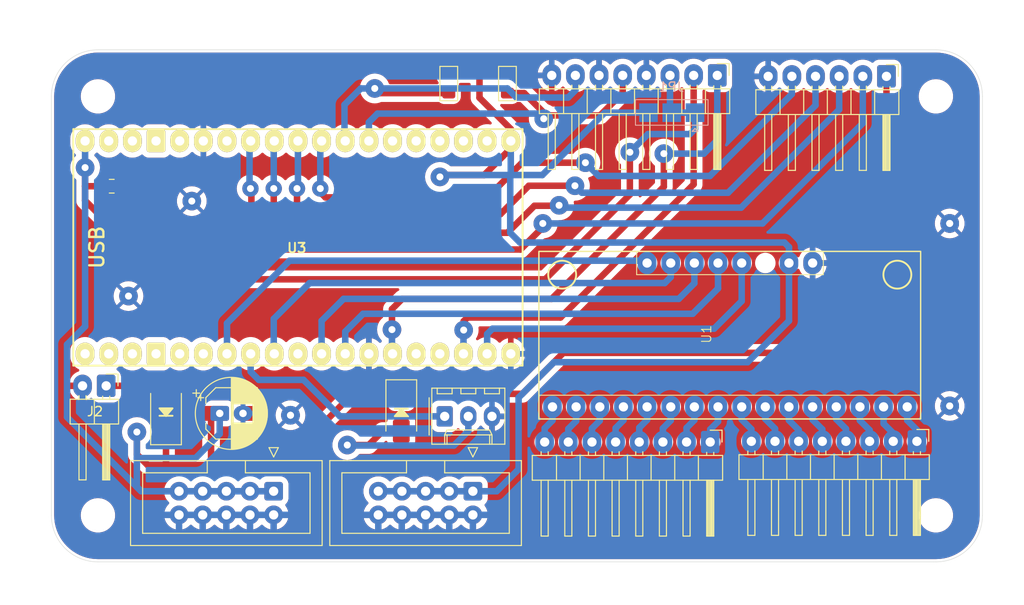
<source format=kicad_pcb>
(kicad_pcb (version 20240108) (generator "pcbnew") (generator_version "8.0")
  (layers (0 "F.Cu" signal) (31 "B.Cu" signal) (34 "B.Paste" user) (35 "F.Paste" user) (36 "B.SilkS" user "B.Silkscreen") (37 "F.SilkS" user "F.Silkscreen") (38 "B.Mask" user) (39 "F.Mask" user) (44 "Edge.Cuts" user))
  (net 0 "")
  (net 1 "GND")
  (net 2 "+5V")
  (net 3 "Net-(D1-A)")
  (net 4 "Net-(D2-A)")
  (net 5 "Net-(J6-Pin_8)")
  (net 6 "Net-(J6-Pin_1)")
  (net 7 "Net-(J6-Pin_5)")
  (net 8 "Net-(J6-Pin_2)")
  (net 9 "Net-(J6-Pin_7)")
  (net 10 "Net-(J6-Pin_6)")
  (net 11 "Net-(J6-Pin_3)")
  (net 12 "Net-(J6-Pin_4)")
  (net 13 "Net-(J7-Pin_7)")
  (net 14 "Net-(J7-Pin_4)")
  (net 15 "Net-(J7-Pin_5)")
  (net 16 "Net-(J7-Pin_2)")
  (net 17 "Net-(J7-Pin_3)")
  (net 18 "Net-(J7-Pin_6)")
  (net 19 "Net-(J7-Pin_1)")
  (net 20 "Net-(J7-Pin_8)")
  (net 21 "/MA1")
  (net 22 "/MB2")
  (net 23 "/MB1")
  (net 24 "/MA2")
  (net 25 "/Button1")
  (net 26 "/Button2")
  (net 27 "/ESC")
  (net 28 "/SDA")
  (net 29 "/SCL")
  (net 30 "+3.3V")
  (net 32 "/S3")
  (net 33 "/S2")
  (net 34 "/SIG")
  (net 35 "/S0")
  (net 36 "/S1")
  (net 37 "Net-(J1-Pin_3)")
  (net 49 "unconnected-(U3-GPIO35-Pad6)")
  (footprint "" (layer "F.Cu") (at 108.8 116.8)
    (property "Reference" "" (at 0 0 0) (layer "F.SilkS") (effects (font (size 1.27 1.27))))
    (property "Value" "")
    (pad "" thru_hole circle (at 0 0) (size 2 2) (drill 0.75) (layers "*.Cu" "*.Mask") (net 1 "GND") (thermal_bridge_width 0.4) (thermal_gap 0.6))
  )
  (footprint "MountingHole:MountingHole_3.2mm_M3_DIN965" (layer "F.Cu") (at 105.52 95.35)
    (property "Reference" "H1" (hide yes))
    (property "Value" "MountingHole" (hide yes))
    (pad "" np_thru_hole circle (at 0 0) (size 3.2 3.2) (drill 3.2) (layers "*.Cu" "*.Mask"))
  )
  (footprint "Connector_IDC:IDC-Header_2x05_P2.54mm_Vertical" (layer "F.Cu") (at 145.79 137.76 -90)
    (property "Reference" "P2" (hide yes))
    (property "Value" "3.3v_Pins")
    (pad "1" thru_hole roundrect (at 0 0 270) (size 2 2) (drill 1) (layers "*.Cu" "*.Mask") (roundrect_rratio 0.147059) (net 30 "+3.3V"))
    (pad "2" thru_hole circle (at 2.54 0 270) (size 2 2) (drill 1) (layers "*.Cu" "*.Mask") (net 1 "GND"))
    (pad "3" thru_hole circle (at 0 2.54 270) (size 2 2) (drill 1) (layers "*.Cu" "*.Mask") (net 30 "+3.3V"))
    (pad "4" thru_hole circle (at 2.54 2.54 270) (size 2 2) (drill 1) (layers "*.Cu" "*.Mask") (net 1 "GND"))
    (pad "5" thru_hole circle (at 0 5.08 270) (size 2 2) (drill 1) (layers "*.Cu" "*.Mask") (net 30 "+3.3V"))
    (pad "6" thru_hole circle (at 2.54 5.08 270) (size 2 2) (drill 1) (layers "*.Cu" "*.Mask") (net 1 "GND"))
    (pad "7" thru_hole circle (at 0 7.62 270) (size 2 2) (drill 1) (layers "*.Cu" "*.Mask") (net 30 "+3.3V"))
    (pad "8" thru_hole circle (at 2.54 7.62 270) (size 2 2) (drill 1) (layers "*.Cu" "*.Mask") (net 1 "GND"))
    (pad "9" thru_hole circle (at 0 10.16 270) (size 2 2) (drill 1) (layers "*.Cu" "*.Mask") (net 30 "+3.3V"))
    (pad "10" thru_hole circle (at 2.54 10.16 270) (size 2 2) (drill 1) (layers "*.Cu" "*.Mask") (net 1 "GND"))
  )
  (footprint "Diode_SMD:D_SMA" (layer "F.Cu") (at 138.1 129.3 -90)
    (property "Reference" "D2" (hide yes))
    (property "Value" "1N5819")
    (pad "1" smd roundrect (at -2 0 270) (size 2.5 1.8) (layers "F.Cu" "F.Paste" "F.Mask") (roundrect_rratio 0.1388888889) (net 2 "+5V"))
    (pad "2" smd roundrect (at 2 0 270) (size 2.5 1.8) (layers "F.Cu" "F.Paste" "F.Mask") (roundrect_rratio 0.1388888889) (net 4 "Net-(D2-A)"))
  )
  (footprint "" (layer "F.Cu") (at 126.2 129.6)
    (property "Reference" "" (at 0 0 0) (layer "F.SilkS") (effects (font (size 1.27 1.27))))
    (property "Value" "")
    (pad "" thru_hole circle (at 0 0) (size 2 2) (drill 0.75) (layers "*.Cu" "*.Mask") (net 1 "GND") (thermal_bridge_width 0.4) (thermal_gap 0.6))
  )
  (footprint "Connector_PinHeader_2.54mm:PinHeader_1x08_P2.54mm_Horizontal" (layer "F.Cu") (at 172.04 93.1 -90)
    (property "Reference" "J1" (hide yes))
    (property "Value" "Interface")
    (pad "1" thru_hole roundrect (at 0 0 270) (size 2.4 2) (drill 1) (layers "*.Cu" "*.Mask") (roundrect_rratio 0.125) (net 28 "/SDA"))
    (pad "2" thru_hole oval (at 0 2.54 270) (size 2.4 2) (drill 1) (layers "*.Cu" "*.Mask") (net 29 "/SCL"))
    (pad "3" thru_hole oval (at 0 5.08 270) (size 2.4 2) (drill 1) (layers "*.Cu" "*.Mask") (net 37 "Net-(J1-Pin_3)"))
    (pad "4" thru_hole oval (at 0 7.62 270) (size 2.4 2) (drill 1) (layers "*.Cu" "*.Mask") (net 1 "GND"))
    (pad "5" thru_hole oval (at 0 10.16 270) (size 2.4 2) (drill 1) (layers "*.Cu" "*.Mask") (net 25 "/Button1"))
    (pad "6" thru_hole oval (at 0 12.7 270) (size 2.4 2) (drill 1) (layers "*.Cu" "*.Mask") (net 1 "GND"))
    (pad "7" thru_hole oval (at 0 15.24 270) (size 2.4 2) (drill 1) (layers "*.Cu" "*.Mask") (net 26 "/Button2"))
    (pad "8" thru_hole oval (at 0 17.78 270) (size 2.4 2) (drill 1) (layers "*.Cu" "*.Mask") (net 1 "GND"))
  )
  (footprint "Connector_PinHeader_2.54mm:PinHeader_1x02_P2.54mm_Horizontal" (layer "F.Cu") (at 106.405 126.44 -90)
    (property "Reference" "J2" (at 2.76 1.205 180) (layer "F.SilkS"))
    (property "Value" "Vss")
    (pad "1" thru_hole roundrect (at 0 0 270) (size 2.4 2) (drill 1) (layers "*.Cu" "*.Mask") (roundrect_rratio 0.1470588235) (net 3 "Net-(D1-A)"))
    (pad "2" thru_hole oval (at 0 2.54 270) (size 2.4 2) (drill 1) (layers "*.Cu" "*.Mask") (net 1 "GND") (thermal_bridge_width 0.7) (thermal_gap 0.4))
  )
  (footprint "Connector_PinHeader_2.54mm:PinHeader_1x08_P2.54mm_Horizontal" (layer "F.Cu") (at 171.28 132.475 -90)
    (property "Reference" "J6" (hide yes))
    (property "Value" "MUX_header1")
    (pad "1" thru_hole roundrect (at 0 0 270) (size 2.4 2) (drill 1) (layers "*.Cu" "*.Mask") (remove_unused_layers yes) (roundrect_rratio 0.125) (net 6 "Net-(J6-Pin_1)"))
    (pad "2" thru_hole oval (at 0 2.54 270) (size 2.4 2) (drill 1) (layers "*.Cu" "*.Mask") (remove_unused_layers yes) (net 8 "Net-(J6-Pin_2)"))
    (pad "3" thru_hole oval (at 0 5.08 270) (size 2.4 2) (drill 1) (layers "*.Cu" "*.Mask") (remove_unused_layers yes) (net 11 "Net-(J6-Pin_3)"))
    (pad "4" thru_hole oval (at 0 7.62 270) (size 2.4 2) (drill 1) (layers "*.Cu" "*.Mask") (remove_unused_layers yes) (net 12 "Net-(J6-Pin_4)"))
    (pad "5" thru_hole oval (at 0 10.16 270) (size 2.4 2) (drill 1) (layers "*.Cu" "*.Mask") (remove_unused_layers yes) (net 7 "Net-(J6-Pin_5)"))
    (pad "6" thru_hole oval (at 0 12.7 270) (size 2.4 2) (drill 1) (layers "*.Cu" "*.Mask") (remove_unused_layers yes) (net 10 "Net-(J6-Pin_6)"))
    (pad "7" thru_hole oval (at 0 15.24 270) (size 2.4 2) (drill 1) (layers "*.Cu" "*.Mask") (remove_unused_layers yes) (net 9 "Net-(J6-Pin_7)"))
    (pad "8" thru_hole oval (at 0 17.78 270) (size 2.4 2) (drill 1) (layers "*.Cu" "*.Mask") (remove_unused_layers yes) (net 5 "Net-(J6-Pin_8)"))
  )
  (footprint "MixLib:HP4067_module" (layer "F.Cu") (at 173.18 120.95 90)
    (property "Reference" "U1" (at 0.05 -2.3 90) (layer "F.SilkS") (effects (font (thickness 0.1))))
    (property "Value" "MUX 4067")
    (pad "1" thru_hole oval (at -7.75 -18.84 90) (size 2.4 2) (drill 1) (layers "*.Cu" "*.Mask") (remove_unused_layers yes) (net 5 "Net-(J6-Pin_8)"))
    (pad "2" thru_hole oval (at -7.75 -16.3 90) (size 2.4 2) (drill 1) (layers "*.Cu" "*.Mask") (remove_unused_layers yes) (net 9 "Net-(J6-Pin_7)"))
    (pad "3" thru_hole oval (at -7.75 -13.76 90) (size 2.4 2) (drill 1) (layers "*.Cu" "*.Mask") (remove_unused_layers yes) (net 10 "Net-(J6-Pin_6)"))
    (pad "4" thru_hole oval (at -7.75 -11.22 90) (size 2.4 2) (drill 1) (layers "*.Cu" "*.Mask") (remove_unused_layers yes) (net 7 "Net-(J6-Pin_5)"))
    (pad "5" thru_hole oval (at -7.75 -8.68 90) (size 2.4 2) (drill 1) (layers "*.Cu" "*.Mask") (remove_unused_layers yes) (net 12 "Net-(J6-Pin_4)"))
    (pad "6" thru_hole oval (at -7.75 -6.14 90) (size 2.4 2) (drill 1) (layers "*.Cu" "*.Mask") (remove_unused_layers yes) (net 11 "Net-(J6-Pin_3)"))
    (pad "7" thru_hole oval (at -7.75 -3.6 90) (size 2.4 2) (drill 1) (layers "*.Cu" "*.Mask") (remove_unused_layers yes) (net 8 "Net-(J6-Pin_2)"))
    (pad "8" thru_hole oval (at -7.75 -1.06 90) (size 2.4 2) (drill 1) (layers "*.Cu" "*.Mask") (remove_unused_layers yes) (net 6 "Net-(J6-Pin_1)"))
    (pad "9" thru_hole oval (at -7.75 1.48 90) (size 2.4 2) (drill 1) (layers "*.Cu" "*.Mask") (remove_unused_layers yes) (net 20 "Net-(J7-Pin_8)"))
    (pad "10" thru_hole oval (at -7.75 4.02 90) (size 2.4 2) (drill 1) (layers "*.Cu" "*.Mask") (remove_unused_layers yes) (net 13 "Net-(J7-Pin_7)"))
    (pad "11" thru_hole oval (at -7.75 6.56 90) (size 2.4 2) (drill 1) (layers "*.Cu" "*.Mask") (remove_unused_layers yes) (net 18 "Net-(J7-Pin_6)"))
    (pad "12" thru_hole oval (at -7.75 9.1 90) (size 2.4 2) (drill 1) (layers "*.Cu" "*.Mask") (remove_unused_layers yes) (net 15 "Net-(J7-Pin_5)"))
    (pad "13" thru_hole oval (at -7.75 11.64 90) (size 2.4 2) (drill 1) (layers "*.Cu" "*.Mask") (remove_unused_layers yes) (net 14 "Net-(J7-Pin_4)"))
    (pad "14" thru_hole oval (at -7.75 14.18 90) (size 2.4 2) (drill 1) (layers "*.Cu" "*.Mask") (remove_unused_layers yes) (net 17 "Net-(J7-Pin_3)"))
    (pad "15" thru_hole oval (at -7.75 16.72 90) (size 2.4 2) (drill 1) (layers "*.Cu" "*.Mask") (remove_unused_layers yes) (net 16 "Net-(J7-Pin_2)"))
    (pad "16" thru_hole oval (at -7.75 19.26 90) (size 2.4 2) (drill 1) (layers "*.Cu" "*.Mask") (remove_unused_layers yes) (net 19 "Net-(J7-Pin_1)"))
    (pad "17" thru_hole oval (at 7.7 -8.68 90) (size 2.4 2) (drill 1) (layers "*.Cu" "*.Mask") (remove_unused_layers yes) (net 34 "/SIG"))
    (pad "18" thru_hole oval (at 7.7 -6.14 90) (size 2.4 2) (drill 1) (layers "*.Cu" "*.Mask") (remove_unused_layers yes) (net 32 "/S3"))
    (pad "19" thru_hole oval (at 7.7 -3.6 90) (size 2.4 2) (drill 1) (layers "*.Cu" "*.Mask") (remove_unused_layers yes) (net 33 "/S2"))
    (pad "20" thru_hole oval (at 7.7 -1.06 90) (size 2.4 2) (drill 1) (layers "*.Cu" "*.Mask") (remove_unused_layers yes) (net 36 "/S1"))
    (pad "21" thru_hole oval (at 7.7 1.48 90) (size 2.4 2) (drill 1) (layers "*.Cu" "*.Mask") (remove_unused_layers yes) (net 35 "/S0"))
    (pad "22" thru_hole oval (at 7.7 4.02 90) (size 2.4 2) (drill 1) (layers "*.Cu" "*.Mask") (remove_unused_layers yes))
    (pad "23" thru_hole oval (at 7.7 6.56 90) (size 2.4 2) (drill 1) (layers "*.Cu" "*.Mask") (remove_unused_layers yes) (net 30 "+3.3V"))
    (pad "24" thru_hole oval (at 7.7 9.1 90) (size 2.4 2) (drill 1) (layers "*.Cu" "*.Mask") (remove_unused_layers yes) (zone_layer_connections "F.Cu" "B.Cu") (net 1 "GND"))
  )
  (footprint "Connector_PinHeader_2.54mm:PinHeader_1x08_P2.54mm_Horizontal" (layer "F.Cu") (at 193.48 132.4 -90)
    (property "Reference" "J7" (hide yes))
    (property "Value" "MUX_header2")
    (pad "1" thru_hole roundrect (at 0 0 270) (size 2.4 2) (drill 1) (layers "*.Cu" "*.Mask") (remove_unused_layers yes) (roundrect_rratio 0.125) (net 19 "Net-(J7-Pin_1)"))
    (pad "2" thru_hole oval (at 0 2.54 270) (size 2.4 2) (drill 1) (layers "*.Cu" "*.Mask") (remove_unused_layers yes) (net 16 "Net-(J7-Pin_2)"))
    (pad "3" thru_hole oval (at 0 5.08 270) (size 2.4 2) (drill 1) (layers "*.Cu" "*.Mask") (remove_unused_layers yes) (net 17 "Net-(J7-Pin_3)"))
    (pad "4" thru_hole oval (at 0 7.62 270) (size 2.4 2) (drill 1) (layers "*.Cu" "*.Mask") (remove_unused_layers yes) (net 14 "Net-(J7-Pin_4)"))
    (pad "5" thru_hole oval (at 0 10.16 270) (size 2.4 2) (drill 1) (layers "*.Cu" "*.Mask") (remove_unused_layers yes) (net 15 "Net-(J7-Pin_5)"))
    (pad "6" thru_hole oval (at 0 12.7 270) (size 2.4 2) (drill 1) (layers "*.Cu" "*.Mask") (remove_unused_layers yes) (net 18 "Net-(J7-Pin_6)"))
    (pad "7" thru_hole oval (at 0 15.24 270) (size 2.4 2) (drill 1) (layers "*.Cu" "*.Mask") (remove_unused_layers yes) (net 13 "Net-(J7-Pin_7)"))
    (pad "8" thru_hole oval (at 0 17.78 270) (size 2.4 2) (drill 1) (layers "*.Cu" "*.Mask") (remove_unused_layers yes) (net 20 "Net-(J7-Pin_8)"))
  )
  (footprint "" (layer "F.Cu") (at 197 128.6)
    (property "Reference" "" (at 0 0 0) (layer "F.SilkS") (effects (font (size 1.27 1.27))))
    (property "Value" "")
    (pad "" thru_hole circle (at 0 0) (size 2 2) (drill 0.75) (layers "*.Cu" "*.Mask") (net 1 "GND") (thermal_bridge_width 0.4) (thermal_gap 0.6))
  )
  (footprint "" (layer "F.Cu") (at 197 109)
    (property "Reference" "" (at 0 0 0) (layer "F.SilkS") (effects (font (size 1.27 1.27))))
    (property "Value" "")
    (pad "" thru_hole circle (at 0 0) (size 2 2) (drill 0.75) (layers "*.Cu" "*.Mask") (net 1 "GND") (thermal_bridge_width 0.4) (thermal_gap 0.6))
  )
  (footprint "PCM_Resistor_SMD_AKL:R_0805_2012Metric_Pad1.15x1.40mm_HandSolder" (layer "F.Cu") (at 149.5 93.975 -90)
    (property "Reference" "R1" (hide yes))
    (property "Value" "10k")
    (pad "1" smd roundrect (at -1.025 0 270) (size 1.15 1.4) (layers "F.Cu" "F.Paste" "F.Mask") (roundrect_rratio 0.217391) (net 30 "+3.3V"))
    (pad "2" smd roundrect (at 1.025 0 270) (size 1.15 1.4) (layers "F.Cu" "F.Paste" "F.Mask") (roundrect_rratio 0.217391) (net 25 "/Button1"))
  )
  (footprint "Connector_PinHeader_2.54mm:PinHeader_1x06_P2.54mm_Horizontal" (layer "F.Cu") (at 190.21 93.2 -90)
    (property "Reference" "J5" (hide yes))
    (property "Value" "Driver")
    (pad "1" thru_hole roundrect (at 0 0 270) (size 2.4 2) (drill 1) (layers "*.Cu" "*.Mask") (roundrect_rratio 0.125) (net 2 "+5V"))
    (pad "2" thru_hole oval (at 0 2.54 270) (size 2.4 2) (drill 1) (layers "*.Cu" "*.Mask") (net 22 "/MB2"))
    (pad "3" thru_hole oval (at 0 5.08 270) (size 2.4 2) (drill 1) (layers "*.Cu" "*.Mask") (net 23 "/MB1"))
    (pad "4" thru_hole oval (at 0 7.62 270) (size 2.4 2) (drill 1) (layers "*.Cu" "*.Mask") (net 24 "/MA2"))
    (pad "5" thru_hole oval (at 0 10.16 270) (size 2.4 2) (drill 1) (layers "*.Cu" "*.Mask") (net 21 "/MA1"))
    (pad "6" thru_hole oval (at 0 12.7 270) (size 2.4 2) (drill 1) (layers "*.Cu" "*.Mask") (net 1 "GND"))
  )
  (footprint "MountingHole:MountingHole_3.2mm_M3_DIN965" (layer "F.Cu") (at 195.52 140.35)
    (property "Reference" "H4" (hide yes))
    (property "Value" "MountingHole")
    (pad "" np_thru_hole circle (at 0 0) (size 3.2 3.2) (drill 3.2) (layers "*.Cu" "*.Mask"))
  )
  (footprint "PCM_Resistor_SMD_AKL:R_0805_2012Metric_Pad1.15x1.40mm_HandSolder" (layer "F.Cu") (at 143.2 93.975 -90)
    (property "Reference" "R2" (hide yes))
    (property "Value" "10k")
    (pad "1" smd roundrect (at -1.025 0 270) (size 1.15 1.4) (layers "F.Cu" "F.Paste" "F.Mask") (roundrect_rratio 0.217391) (net 30 "+3.3V"))
    (pad "2" smd roundrect (at 1.025 0 270) (size 1.15 1.4) (layers "F.Cu" "F.Paste" "F.Mask") (roundrect_rratio 0.217391) (net 26 "/Button2"))
  )
  (footprint "Capacitor_SMD:C_0805_2012Metric_Pad1.18x1.45mm_HandSolder" (layer "F.Cu") (at 107 105)
    (property "Reference" "C2" (hide yes))
    (property "Value" "100nF")
    (pad "1" smd roundrect (at -1.0375 0) (size 1.175 1.45) (layers "F.Cu" "F.Paste" "F.Mask") (roundrect_rratio 0.212766) (net 2 "+5V"))
    (pad "2" smd roundrect (at 1.0375 0) (size 1.175 1.45) (layers "F.Cu" "F.Paste" "F.Mask") (roundrect_rratio 0.212766) (net 1 "GND") (thermal_bridge_width 0.5) (thermal_gap 0.6))
  )
  (footprint "" (layer "F.Cu") (at 197 128.6)
    (property "Reference" "" (at 0 0 0) (layer "F.SilkS") (effects (font (size 1.27 1.27))))
    (property "Value" "")
    (pad "" thru_hole circle (at 0 0) (size 2 2) (drill 0.75) (layers "*.Cu" "*.Mask") (net 1 "GND") (thermal_bridge_width 0.4) (thermal_gap 0.6))
  )
  (footprint "Connector_IDC:IDC-Header_2x05_P2.54mm_Vertical" (layer "F.Cu") (at 124.39 137.76 -90)
    (property "Reference" "P1" (hide yes))
    (property "Value" "5v_Pins")
    (pad "1" thru_hole roundrect (at 0 0 270) (size 2 2) (drill 1) (layers "*.Cu" "*.Mask") (roundrect_rratio 0.147059) (net 2 "+5V"))
    (pad "2" thru_hole circle (at 2.54 0 270) (size 2 2) (drill 1) (layers "*.Cu" "*.Mask") (net 1 "GND"))
    (pad "3" thru_hole circle (at 0 2.54 270) (size 2 2) (drill 1) (layers "*.Cu" "*.Mask") (net 2 "+5V"))
    (pad "4" thru_hole circle (at 2.54 2.54 270) (size 2 2) (drill 1) (layers "*.Cu" "*.Mask") (net 1 "GND"))
    (pad "5" thru_hole circle (at 0 5.08 270) (size 2 2) (drill 1) (layers "*.Cu" "*.Mask") (net 2 "+5V"))
    (pad "6" thru_hole circle (at 2.54 5.08 270) (size 2 2) (drill 1) (layers "*.Cu" "*.Mask") (net 1 "GND"))
    (pad "7" thru_hole circle (at 0 7.62 270) (size 2 2) (drill 1) (layers "*.Cu" "*.Mask") (net 2 "+5V"))
    (pad "8" thru_hole circle (at 2.54 7.62 270) (size 2 2) (drill 1) (layers "*.Cu" "*.Mask") (net 1 "GND"))
    (pad "9" thru_hole circle (at 0 10.16 270) (size 2 2) (drill 1) (layers "*.Cu" "*.Mask") (net 2 "+5V"))
    (pad "10" thru_hole circle (at 2.54 10.16 270) (size 2 2) (drill 1) (layers "*.Cu" "*.Mask") (net 1 "GND"))
  )
  (footprint "Capacitor_SMD:CP_Elec_5x4.5" (layer "F.Cu") (at 119.87 129.4)
    (property "Reference" "C1" (hide yes))
    (property "Value" "100uF")
    (pad "1" smd roundrect (at -2.2 0) (size 3 1.6) (layers "F.Cu" "F.Paste" "F.Mask") (roundrect_rratio 0.15625) (net 2 "+5V"))
    (pad "2" smd roundrect (at 2.2 0) (size 3 1.6) (layers "F.Cu" "F.Paste" "F.Mask") (roundrect_rratio 0.15625) (net 1 "GND"))
  )
  (footprint "Connector_Molex:Molex_KK-254_AE-6410-03A_1x03_P2.54mm_Vertical" (layer "F.Cu") (at 142.76 129.72)
    (property "Reference" "J4" (hide yes))
    (property "Value" "Conn_01x03_Pin" (hide yes))
    (pad "1" thru_hole roundrect (at 0 0) (size 1.74 2.19) (drill 1) (layers "*.Cu" "*.Mask") (roundrect_rratio 0.143678) (net 27 "/ESC"))
    (pad "2" thru_hole oval (at 2.54 0) (size 1.74 2.19) (drill 1) (layers "*.Cu" "*.Mask") (net 4 "Net-(D2-A)"))
    (pad "3" thru_hole oval (at 5.08 0) (size 1.74 2.19) (drill 1) (layers "*.Cu" "*.Mask") (net 1 "GND"))
  )
  (footprint "Diode_SMD:D_SMA" (layer "F.Cu") (at 112.83 129.255 90)
    (property "Reference" "D1" (hide yes))
    (property "Value" "1N5819")
    (pad "1" smd roundrect (at -2 0 90) (size 2.5 1.8) (layers "F.Cu" "F.Paste" "F.Mask") (roundrect_rratio 0.1388888889) (net 2 "+5V"))
    (pad "2" smd roundrect (at 2 0 90) (size 2.5 1.8) (layers "F.Cu" "F.Paste" "F.Mask") (roundrect_rratio 0.1388888889) (net 3 "Net-(D1-A)"))
  )
  (footprint "" (layer "F.Cu") (at 115.6 106.6)
    (property "Reference" "" (at 0 0 0) (layer "F.SilkS") (effects (font (size 1.27 1.27))))
    (property "Value" "")
    (pad "" thru_hole circle (at 0 0) (size 2 2) (drill 0.75) (layers "*.Cu" "*.Mask") (net 1 "GND") (thermal_bridge_width 0.4) (thermal_gap 0.6))
  )
  (footprint "MountingHole:MountingHole_3.2mm_M3_DIN965" (layer "F.Cu") (at 105.52 140.35)
    (property "Reference" "H2" (hide yes))
    (property "Value" "MountingHole" (hide yes))
    (pad "" np_thru_hole circle (at 0 0) (size 3.2 3.2) (drill 3.2) (layers "*.Cu" "*.Mask"))
  )
  (footprint "" (layer "F.Cu") (at 197 109)
    (property "Reference" "" (at 0 0 0) (layer "F.SilkS") (effects (font (size 1.27 1.27))))
    (property "Value" "")
    (pad "" thru_hole circle (at 0 0) (size 2 2) (drill 0.75) (layers "*.Cu" "*.Mask") (net 1 "GND") (thermal_bridge_width 0.4) (thermal_gap 0.6))
  )
  (footprint "MixLib:Nodemcu_ESP32S_38pin" (layer "F.Cu") (at 127 111.57 180)
    (property "Reference" "U3" (at 0.127 -0.0635 0) (layer "F.SilkS") (effects (font (size 1.016 1.016) (thickness 0.2032))))
    (property "Value" "~" (hide yes))
    (fp_text user "USB" (at 21.59 0 90) (layer "F.SilkS") (effects (font (size 1.524 1.524) (thickness 0.254))))
    (pad "1" thru_hole oval (at -22.86 11.43) (size 2 2.4) (drill 1) (layers "*.Cu" "*.Mask" "F.SilkS") (net 30 "+3.3V"))
    (pad "2" thru_hole oval (at -20.32 11.43) (size 2 2.4) (drill 1) (layers "*.Cu" "*.Mask" "F.SilkS"))
    (pad "3" thru_hole oval (at -17.78 11.43) (size 2 2.4) (drill 1) (layers "*.Cu" "*.Mask" "F.SilkS"))
    (pad "4" thru_hole oval (at -15.24 11.43) (size 2 2.4) (drill 1) (layers "*.Cu" "*.Mask" "F.SilkS"))
    (pad "5" thru_hole oval (at -12.7 11.43) (size 2 2.4) (drill 1) (layers "*.Cu" "*.Mask" "F.SilkS"))
    (pad "6" thru_hole oval (at -10.16 11.43) (size 2 2.4) (drill 1) (layers "*.Cu" "*.Mask" "F.SilkS") (net 49 "unconnected-(U3-GPIO35-Pad6)"))
    (pad "7" thru_hole oval (at -7.62 11.43) (size 2 2.4) (drill 1) (layers "*.Cu" "*.Mask" "F.SilkS") (net 25 "/Button1"))
    (pad "8" thru_hole oval (at -5.08 11.43) (size 2 2.4) (drill 1) (layers "*.Cu" "*.Mask" "F.SilkS") (net 26 "/Button2"))
    (pad "9" thru_hole oval (at -2.54 11.43) (size 2 2.4) (drill 1) (layers "*.Cu" "*.Mask" "F.SilkS") (net 21 "/MA1"))
    (pad "10" thru_hole oval (at 0 11.43) (size 2 2.4) (drill 1) (layers "*.Cu" "*.Mask" "F.SilkS") (net 24 "/MA2"))
    (pad "11" thru_hole oval (at 2.54 11.43) (size 2 2.4) (drill 1) (layers "*.Cu" "*.Mask" "F.SilkS") (net 23 "/MB1"))
    (pad "12" thru_hole oval (at 5.08 11.43) (size 2 2.4) (drill 1) (layers "*.Cu" "*.Mask" "F.SilkS") (net 22 "/MB2"))
    (pad "13" thru_hole oval (at 7.62 11.43) (size 2 2.4) (drill 1) (layers "*.Cu" "*.Mask" "F.SilkS"))
    (pad "14" thru_hole oval (at 10.16 11.43) (size 2 2.4) (drill 1) (layers "*.Cu" "*.Mask" "F.SilkS") (net 1 "GND"))
    (pad "15" thru_hole oval (at 12.7 11.43) (size 2 2.4) (drill 1) (layers "*.Cu" "*.Mask" "F.SilkS"))
    (pad "16" thru_hole roundrect (at 15.24 11.43) (size 2 2.4) (drill 1) (layers "*.Cu" "*.Mask" "F.SilkS") (roundrect_rratio 0.125))
    (pad "17" thru_hole oval (at 17.78 11.43) (size 2 2.4) (drill 1) (layers "*.Cu" "*.Mask" "F.SilkS"))
    (pad "18" thru_hole oval (at 20.32 11.43) (size 2 2.4) (drill 1) (layers "*.Cu" "*.Mask" "F.SilkS"))
    (pad "19" thru_hole oval (at 22.86 11.43) (size 2 2.4) (drill 1) (layers "*.Cu" "*.Mask" "F.SilkS") (net 2 "+5V"))
    (pad "20" thru_hole oval (at 22.86 -11.43) (size 2 2.4) (drill 1) (layers "*.Cu" "*.Mask" "F.SilkS"))
    (pad "21" thru_hole oval (at 20.32 -11.43) (size 2 2.4) (drill 1) (layers "*.Cu" "*.Mask" "F.SilkS"))
    (pad "22" thru_hole oval (at 17.78 -11.43) (size 2 2.4) (drill 1) (layers "*.Cu" "*.Mask" "F.SilkS"))
    (pad "23" thru_hole roundrect (at 15.24 -11.43) (size 2 2.4) (drill 1) (layers "*.Cu" "*.Mask" "F.SilkS") (roundrect_rratio 0.125))
    (pad "24" thru_hole oval (at 12.7 -11.43) (size 2 2.4) (drill 1) (layers "*.Cu" "*.Mask" "F.SilkS"))
    (pad "25" thru_hole oval (at 10.16 -11.43) (size 2 2.4) (drill 1) (layers "*.Cu" "*.Mask" "F.SilkS"))
    (pad "26" thru_hole oval (at 7.62 -11.43) (size 2 2.4) (drill 1) (layers "*.Cu" "*.Mask" "F.SilkS") (net 34 "/SIG"))
    (pad "27" thru_hole oval (at 5.08 -11.43) (size 2 2.4) (drill 1) (layers "*.Cu" "*.Mask" "F.SilkS") (net 27 "/ESC"))
    (pad "28" thru_hole oval (at 2.54 -11.43) (size 2 2.4) (drill 1) (layers "*.Cu" "*.Mask" "F.SilkS") (net 32 "/S3"))
    (pad "29" thru_hole oval (at 0 -11.43) (size 2 2.4) (drill 1) (layers "*.Cu" "*.Mask" "F.SilkS"))
    (pad "30" thru_hole oval (at -2.54 -11.43) (size 2 2.4) (drill 1) (layers "*.Cu" "*.Mask" "F.SilkS") (net 33 "/S2"))
    (pad "31" thru_hole oval (at -5.08 -11.43) (size 2 2.4) (drill 1) (layers "*.Cu" "*.Mask" "F.SilkS") (net 36 "/S1"))
    (pad "32" thru_hole oval (at -7.62 -11.43) (size 2 2.4) (drill 1) (layers "*.Cu" "*.Mask" "F.SilkS") (net 1 "GND"))
    (pad "33" thru_hole oval (at -10.16 -11.43) (size 2 2.4) (drill 1) (layers "*.Cu" "*.Mask" "F.SilkS") (net 28 "/SDA"))
    (pad "34" thru_hole oval (at -12.7 -11.43) (size 2 2.4) (drill 1) (layers "*.Cu" "*.Mask" "F.SilkS"))
    (pad "35" thru_hole oval (at -15.24 -11.43) (size 2 2.4) (drill 1) (layers "*.Cu" "*.Mask" "F.SilkS"))
    (pad "36" thru_hole oval (at -17.78 -11.43) (size 2 2.4) (drill 1) (layers "*.Cu" "*.Mask" "F.SilkS") (net 29 "/SCL"))
    (pad "37" thru_hole oval (at -20.32 -11.43) (size 2 2.4) (drill 1) (layers "*.Cu" "*.Mask" "F.SilkS") (net 35 "/S0"))
    (pad "38" thru_hole oval (at -22.86 -11.43) (size 2 2.4) (drill 1) (layers "*.Cu" "*.Mask" "F.SilkS") (net 1 "GND"))
  )
  (footprint "" (layer "F.Cu") (at 126.2 129.6)
    (property "Reference" "" (at 0 0 0) (layer "F.SilkS") (effects (font (size 1.27 1.27))))
    (property "Value" "")
    (pad "" thru_hole circle (at 0 0) (size 2 2) (drill 0.75) (layers "*.Cu" "*.Mask") (net 1 "GND") (thermal_bridge_width 0.4) (thermal_gap 0.6))
  )
  (footprint "Capacitor_THT:CP_Radial_D7.5mm_P2.50mm" (layer "F.Cu") (at 118.6 129.4)
    (property "Reference" "REF**" (hide yes))
    (property "Value" "CP_Radial_D7.5mm_P2.50mm")
    (pad "1" thru_hole roundrect (at 0 0) (size 2 1.6) (drill 0.8) (layers "*.Cu" "*.Mask") (roundrect_rratio 0.15625) (net 2 "+5V"))
    (pad "2" thru_hole oval (at 2.5 0) (size 2 1.6) (drill 0.8) (layers "*.Cu" "*.Mask") (net 1 "GND") (thermal_bridge_width 0.5) (thermal_gap 0.6))
  )
  (footprint "MountingHole:MountingHole_3.2mm_M3_DIN965" (layer "F.Cu") (at 195.52 95.35)
    (property "Reference" "H3" (hide yes))
    (property "Value" "MountingHole" (hide yes))
    (pad "" np_thru_hole circle (at 0 0) (size 3.2 3.2) (drill 3.2) (layers "*.Cu" "*.Mask"))
  )
  (footprint "MixLib:SolderJumper-3_Big_Bridged" (layer "B.Cu") (at 167 97.15 180)
    (property "Reference" "JP1" (at -0.1 2.8 0) (layer "B.SilkS") (effects (justify mirror)))
    (property "Value" "OLED_tension")
    (fp_poly (pts (xy -1.9 0.4) (xy -1 0.4) (xy -1 -0.3) (xy -1.9 -0.3)) (fill solid) (layer "B.Cu"))
    (pad "1" smd rect (at -2.65 0.05 180) (size 2 2) (layers "B.Cu" "B.Mask") (net 2 "+5V"))
    (pad "2" smd rect (at -0.15 0.05 180) (size 2 2) (layers "B.Cu" "B.Mask") (net 37 "Net-(J1-Pin_3)"))
    (pad "3" smd rect (at 2.35 0.05 180) (size 2 2) (layers "B.Cu" "B.Mask") (net 30 "+3.3V"))
  )
  (gr_arc (start 100.52 95.35) (mid 101.984466 91.814466) (end 105.52 90.35) (stroke (width 0.05)) (layer "Edge.Cuts"))
  (gr_line (start 105.52 90.35) (end 195.52 90.35) (stroke (width 0.05)) (layer "Edge.Cuts"))
  (gr_arc (start 200.52 140.35) (mid 199.055534 143.885534) (end 195.52 145.35) (stroke (width 0.05)) (layer "Edge.Cuts"))
  (gr_line (start 195.52 145.35) (end 105.52 145.35) (stroke (width 0.05)) (layer "Edge.Cuts"))
  (gr_arc (start 195.52 90.35) (mid 199.055534 91.814466) (end 200.52 95.35) (stroke (width 0.05)) (layer "Edge.Cuts"))
  (gr_line (start 200.52 95.35) (end 200.52 140.35) (stroke (width 0.05)) (layer "Edge.Cuts"))
  (gr_arc (start 105.52 145.35) (mid 101.984466 143.885534) (end 100.52 140.35) (stroke (width 0.05)) (layer "Edge.Cuts"))
  (gr_line (start 100.52 140.35) (end 100.52 95.35) (stroke (width 0.05)) (layer "Edge.Cuts"))
  (segment (start 134 122.98) (end 134.02 122.96) (width 0.7) (layer "F.Cu") (net 1))
  (segment (start 133.5 140.3) (end 133.4 140.2) (width 0.7) (layer "B.Cu") (net 1))
  (segment (start 138.15 140.32) (end 138.17 140.3) (width 0.7) (layer "B.Cu") (net 1))
  (segment (start 135.6 142.45) (end 138.15 142.45) (width 0.7) (layer "B.Cu") (net 1))
  (segment (start 143.25 140.3) (end 143.25 142.45) (width 0.7) (layer "B.Cu") (net 1))
  (segment (start 114.23 140.3) (end 124.39 140.3) (width 0.7) (layer "B.Cu") (net 1))
  (segment (start 124.39 140.3) (end 124.39 142.36) (width 0.7) (layer "B.Cu") (net 1))
  (segment (start 135.63 140.3) (end 133.5 140.3) (width 0.7) (layer "B.Cu") (net 1))
  (segment (start 116.77 140.3) (end 116.77 142.37) (width 0.7) (layer "B.Cu") (net 1))
  (segment (start 143.3 142.4) (end 143.25 142.45) (width 0.7) (layer "B.Cu") (net 1))
  (segment (start 143.25 142.45) (end 140.7 142.45) (width 0.7) (layer "B.Cu") (net 1))
  (segment (start 135.63 140.3) (end 145.79 140.3) (width 0.7) (layer "B.Cu") (net 1))
  (segment (start 140.7 142.45) (end 140.7 140.31) (width 0.7) (layer "B.Cu") (net 1))
  (segment (start 119.31 140.3) (end 119.31 142.39) (width 0.7) (layer "B.Cu") (net 1))
  (segment (start 138.15 142.45) (end 140.7 142.45) (width 0.7) (layer "B.Cu") (net 1))
  (segment (start 140.7 140.31) (end 140.71 140.3) (width 0.7) (layer "B.Cu") (net 1))
  (segment (start 124.35 142.4) (end 121.85 142.4) (width 0.7) (layer "B.Cu") (net 1))
  (segment (start 116.77 142.37) (end 116.8 142.4) (width 0.7) (layer "B.Cu") (net 1))
  (segment (start 114.23 140.3) (end 114.23 142.37) (width 0.7) (layer "B.Cu") (net 1))
  (segment (start 145.8 142.4) (end 143.3 142.4) (width 0.7) (layer "B.Cu") (net 1))
  (segment (start 145.79 140.3) (end 147.9 140.3) (width 0.7) (layer "B.Cu") (net 1))
  (segment (start 147.9 140.3) (end 148 140.2) (width 0.7) (layer "B.Cu") (net 1))
  (segment (start 126.7 140.3) (end 126.8 140.4) (width 0.7) (layer "B.Cu") (net 1))
  (segment (start 119.31 142.39) (end 119.3 142.4) (width 0.7) (layer "B.Cu") (net 1))
  (segment (start 135.63 142.42) (end 135.6 142.45) (width 0.7) (layer "B.Cu") (net 1))
  (segment (start 114.2 142.4) (end 116.8 142.4) (width 0.7) (layer "B.Cu") (net 1))
  (segment (start 145.79 140.3) (end 145.79 142.39) (width 0.7) (layer "B.Cu") (net 1))
  (segment (start 114.23 140.3) (end 111.9 140.3) (width 0.7) (layer "B.Cu") (net 1))
  (segment (start 124.39 142.36) (end 124.35 142.4) (width 0.7) (layer "B.Cu") (net 1))
  (segment (start 119.3 142.4) (end 121.85 142.4) (width 0.7) (layer "B.Cu") (net 1))
  (segment (start 135.63 140.3) (end 135.63 142.42) (width 0.7) (layer "B.Cu") (net 1))
  (segment (start 138.15 142.45) (end 138.15 140.32) (width 0.7) (layer "B.Cu") (net 1))
  (segment (start 124.39 140.3) (end 126.7 140.3) (width 0.7) (layer "B.Cu") (net 1))
  (segment (start 116.8 142.4) (end 119.3 142.4) (width 0.7) (layer "B.Cu") (net 1))
  (segment (start 114.23 142.37) (end 114.2 142.4) (width 0.7) (layer "B.Cu") (net 1))
  (segment (start 121.85 142.4) (end 121.85 140.3) (width 0.7) (layer "B.Cu") (net 1))
  (segment (start 145.79 142.39) (end 145.8 142.4) (width 0.7) (layer "B.Cu") (net 1))
  (segment (start 153.55 115) (end 162.65 105.9) (width 0.7) (layer "F.Cu") (net 2))
  (segment (start 131.5375 128.6375) (end 131.55 128.65) (width 0.5) (layer "F.Cu") (net 2))
  (segment (start 132.9 127.3) (end 151.1 127.3) (width 0.7) (layer "F.Cu") (net 2))
  (segment (start 125.25 134.95) (end 117.6 134.95) (width 0.7) (layer "F.Cu") (net 2))
  (segment (start 183.5 122.9) (end 190.21 116.19) (width 0.7) (layer "F.Cu") (net 2))
  (segment (start 117.67 134.88) (end 117.6 134.95) (width 0.7) (layer "F.Cu") (net 2))
  (segment (start 109.7 133.8) (end 110.85 134.95) (width 0.7) (layer "F.Cu") (net 2))
  (segment (start 109.7 131.4) (end 109.9 131.4) (width 0.7) (layer "F.Cu") (net 2))
  (segment (start 104.14 106.54) (end 112.6 115) (width 0.7) (layer "F.Cu") (net 2))
  (segment (start 112.645 131.6) (end 112.83 131.415) (width 0.7) (layer "F.Cu") (net 2))
  (segment (start 110.85 134.95) (end 112.7 134.95) (width 0.7) (layer "F.Cu") (net 2))
  (segment (start 104.14 105) (end 104.14 106.54) (width 0.7) (layer "F.Cu") (net 2))
  (segment (start 131.55 128.65) (end 125.25 134.95) (width 0.7) (layer "F.Cu") (net 2))
  (segment (start 131.55 128.65) (end 132.9 127.3) (width 0.7) (layer "F.Cu") (net 2))
  (segment (start 151.1 127.3) (end 155.5 122.9) (width 0.7) (layer "F.Cu") (net 2))
  (segment (start 190.21 116.19) (end 190.21 93.2) (width 0.7) (layer "F.Cu") (net 2))
  (segment (start 112.83 134.82) (end 112.7 134.95) (width 0.7) (layer "F.Cu") (net 2))
  (segment (start 112.6 115) (end 153.55 115) (width 0.7) (layer "F.Cu") (net 2))
  (segment (start 117.6 134.95) (end 112.7 134.95) (width 0.7) (layer "F.Cu") (net 2))
  (segment (start 104.2 100.2) (end 104.14 100.14) (width 0.7) (layer "F.Cu") (net 2))
  (segment (start 105.9625 105) (end 104.14 105) (width 0.7) (layer "F.Cu") (net 2))
  (segment (start 109.7 131.4) (end 109.7 133.8) (width 0.7) (layer "F.Cu") (net 2))
  (segment (start 104.14 103) (end 104.14 105) (width 0.7) (layer "F.Cu") (net 2))
  (segment (start 162.65 105.9) (end 162.65 101.35) (width 0.7) (layer "F.Cu") (net 2))
  (segment (start 117.67 129.4) (end 117.67 134.88) (width 0.7) (layer "F.Cu") (net 2))
  (segment (start 155.5 122.9) (end 183.5 122.9) (width 0.7) (layer "F.Cu") (net 2))
  (segment (start 112.83 131.255) (end 112.83 134.82) (width 0.7) (layer "F.Cu") (net 2))
  (via (at 109.7 131.4) (size 2) (drill 0.75) (layers "F.Cu" "B.Cu") (net 2))
  (via (at 104.14 103) (size 2) (drill 0.75) (layers "F.Cu" "B.Cu") (net 2))
  (via (at 162.65 101.35) (size 2) (drill 0.75) (layers "F.Cu" "B.Cu") (net 2))
  (segment (start 109.7 131.4) (end 109.7 134.8) (width 0.7) (layer "B.Cu") (net 2))
  (segment (start 169.65 98.85) (end 169.65 97.1) (width 0.7) (layer "B.Cu") (net 2))
  (segment (start 104.14 120.06) (end 102.2 122) (width 0.7) (layer "B.Cu") (net 2))
  (segment (start 109.7 134.8) (end 109.7 137.3) (width 0.7) (layer "B.Cu") (net 2))
  (segment (start 116 134.2) (end 109.7 134.2) (width 0.7) (layer "B.Cu") (net 2))
  (segment (start 118.6 131.6) (end 116 134.2) (width 0.7) (layer "B.Cu") (net 2))
  (segment (start 109.7 137.3) (end 110.16 137.76) (width 0.7) (layer "B.Cu") (net 2))
  (segment (start 124.39 137.76) (end 114.23 137.76) (width 0.7) (layer "B.Cu") (net 2))
  (segment (start 102.2 129.8) (end 110.16 137.76) (width 0.7) (layer "B.Cu") (net 2))
  (segment (start 162.65 101.35) (end 164.6 99.4) (width 0.7) (layer "B.Cu") (net 2))
  (segment (start 169.1 99.4) (end 169.65 98.85) (width 0.7) (layer "B.Cu") (net 2))
  (segment (start 104.14 103) (end 104.14 100.14) (width 0.7) (layer "B.Cu") (net 2))
  (segment (start 114.23 137.76) (end 110.16 137.76) (width 0.7) (layer "B.Cu") (net 2))
  (segment (start 164.6 99.4) (end 169.1 99.4) (width 0.7) (layer "B.Cu") (net 2))
  (segment (start 118.6 129.4) (end 118.6 131.6) (width 0.7) (layer "B.Cu") (net 2))
  (segment (start 102.2 122) (end 102.2 129.8) (width 0.7) (layer "B.Cu") (net 2))
  (segment (start 104.14 103) (end 104.14 120.06) (width 0.7) (layer "B.Cu") (net 2))
  (segment (start 106.405 126.44) (end 109.14 126.44) (width 0.7) (layer "F.Cu") (net 3))
  (segment (start 109.955 127.255) (end 112.83 127.255) (width 0.7) (layer "F.Cu") (net 3))
  (segment (start 109.14 126.44) (end 109.955 127.255) (width 0.7) (layer "F.Cu") (net 3))
  (segment (start 132.3 132.8) (end 134.6 132.8) (width 0.7) (layer "F.Cu") (net 4))
  (segment (start 134.6 132.8) (end 136.1 131.3) (width 0.7) (layer "F.Cu") (net 4))
  (segment (start 136.1 131.3) (end 138.1 131.3) (width 0.7) (layer "F.Cu") (net 4))
  (via (at 132.3 132.8) (size 2) (drill 0.75) (layers "F.Cu" "B.Cu") (net 4))
  (segment (start 143.75 132.85) (end 145.3 131.3) (width 0.7) (layer "B.Cu") (net 4))
  (segment (start 132.3 132.8) (end 132.35 132.85) (width 0.7) (layer "B.Cu") (net 4))
  (segment (start 132.35 132.85) (end 143.75 132.85) (width 0.7) (layer "B.Cu") (net 4))
  (segment (start 145.3 131.3) (end 145.3 129.72) (width 0.7) (layer "B.Cu") (net 4))
  (segment (start 153.5 131) (end 153.5 132.475) (width 0.7) (layer "B.Cu") (net 5))
  (segment (start 154.34 128.7) (end 154.34 130.16) (width 0.7) (layer "B.Cu") (net 5))
  (segment (start 154.34 130.16) (end 153.5 131) (width 0.7) (layer "B.Cu") (net 5))
  (segment (start 172.12 130.28) (end 171.28 131.12) (width 0.7) (layer "B.Cu") (net 6))
  (segment (start 172.12 128.7) (end 172.12 130.28) (width 0.7) (layer "B.Cu") (net 6))
  (segment (start 171.28 131.12) (end 171.28 132.475) (width 0.7) (layer "B.Cu") (net 6))
  (segment (start 161.96 128.7) (end 161.96 130.14) (width 0.7) (layer "B.Cu") (net 7))
  (segment (start 161.12 130.98) (end 161.12 132.475) (width 0.7) (layer "B.Cu") (net 7))
  (segment (start 161.96 130.14) (end 161.12 130.98) (width 0.7) (layer "B.Cu") (net 7))
  (segment (start 168.74 130.96) (end 168.74 132.475) (width 0.7) (layer "B.Cu") (net 8))
  (segment (start 169.58 130.12) (end 168.74 130.96) (width 0.7) (layer "B.Cu") (net 8))
  (segment (start 169.58 128.7) (end 169.58 130.12) (width 0.7) (layer "B.Cu") (net 8))
  (segment (start 156.04 131.06) (end 156.04 132.475) (width 0.7) (layer "B.Cu") (net 9))
  (segment (start 156.88 128.7) (end 156.88 130.22) (width 0.7) (layer "B.Cu") (net 9))
  (segment (start 156.88 130.22) (end 156.04 131.06) (width 0.7) (layer "B.Cu") (net 9))
  (segment (start 159.42 130.18) (end 158.58 131.02) (width 0.7) (layer "B.Cu") (net 10))
  (segment (start 159.42 128.7) (end 159.42 130.18) (width 0.7) (layer "B.Cu") (net 10))
  (segment (start 158.58 131.02) (end 158.58 132.475) (width 0.7) (layer "B.Cu") (net 10))
  (segment (start 166.2 131) (end 166.2 132.475) (width 0.7) (layer "B.Cu") (net 11))
  (segment (start 167.04 128.7) (end 167.04 130.16) (width 0.7) (layer "B.Cu") (net 11))
  (segment (start 167.04 130.16) (end 166.2 131) (width 0.7) (layer "B.Cu") (net 11))
  (segment (start 164.5 128.7) (end 164.5 130.1) (width 0.7) (layer "B.Cu") (net 12))
  (segment (start 163.66 130.94) (end 163.66 132.475) (width 0.7) (layer "B.Cu") (net 12))
  (segment (start 164.5 130.1) (end 163.66 130.94) (width 0.7) (layer "B.Cu") (net 12))
  (segment (start 177.2 130) (end 178.24 131.04) (width 0.7) (layer "B.Cu") (net 13))
  (segment (start 178.24 131.04) (end 178.24 132.4) (width 0.7) (layer "B.Cu") (net 13))
  (segment (start 177.2 128.7) (end 177.2 130) (width 0.7) (layer "B.Cu") (net 13))
  (segment (start 185.86 131.06) (end 185.86 132.4) (width 0.7) (layer "B.Cu") (net 14))
  (segment (start 184.82 128.7) (end 184.82 130.02) (width 0.7) (layer "B.Cu") (net 14))
  (segment (start 184.82 130.02) (end 185.86 131.06) (width 0.7) (layer "B.Cu") (net 14))
  (segment (start 182.28 130.08) (end 183.32 131.12) (width 0.7) (layer "B.Cu") (net 15))
  (segment (start 183.32 131.12) (end 183.32 132.4) (width 0.7) (layer "B.Cu") (net 15))
  (segment (start 182.28 128.7) (end 182.28 130.08) (width 0.7) (layer "B.Cu") (net 15))
  (segment (start 190.94 131.54) (end 190.94 132.4) (width 0.7) (layer "B.Cu") (net 16))
  (segment (start 189.9 128.7) (end 189.9 130.5) (width 0.7) (layer "B.Cu") (net 16))
  (segment (start 189.9 130.5) (end 190.94 131.54) (width 0.7) (layer "B.Cu") (net 16))
  (segment (start 187.36 128.7) (end 187.36 130.16) (width 0.7) (layer "B.Cu") (net 17))
  (segment (start 188.4 131.2) (end 188.4 132.4) (width 0.7) (layer "B.Cu") (net 17))
  (segment (start 187.36 130.16) (end 188.4 131.2) (width 0.7) (layer "B.Cu") (net 17))
  (segment (start 179.74 130.14) (end 180.78 131.18) (width 0.7) (layer "B.Cu") (net 18))
  (segment (start 180.78 131.18) (end 180.78 132.4) (width 0.7) (layer "B.Cu") (net 18))
  (segment (start 179.74 128.7) (end 179.74 130.14) (width 0.7) (layer "B.Cu") (net 18))
  (segment (start 192.44 128.7) (end 192.44 130.14) (width 0.7) (layer "B.Cu") (net 19))
  (segment (start 192.44 130.14) (end 193.48 131.18) (width 0.7) (layer "B.Cu") (net 19))
  (segment (start 193.48 131.18) (end 193.48 132.4) (width 0.7) (layer "B.Cu") (net 19))
  (segment (start 174.66 130.06) (end 175.7 131.1) (width 0.7) (layer "B.Cu") (net 20))
  (segment (start 175.7 131.1) (end 175.7 132.4) (width 0.7) (layer "B.Cu") (net 20))
  (segment (start 174.66 128.7) (end 174.66 130.06) (width 0.7) (layer "B.Cu") (net 20))
  (segment (start 129.95 106.2) (end 147.35 106.2) (width 0.7) (layer "F.Cu") (net 21))
  (segment (start 147.35 106.2) (end 151.075 102.475) (width 0.7) (layer "F.Cu") (net 21))
  (segment (start 129 105.25) (end 129.95 106.2) (width 0.7) (layer "F.Cu") (net 21))
  (segment (start 151.075 102.475) (end 157.875 102.475) (width 0.7) (layer "F.Cu") (net 21))
  (via (at 129.4 105.25) (size 1.75) (drill 0.75) (layers "F.Cu" "B.Cu") (net 21))
  (via (at 157.875 102.475) (size 2) (drill 0.75) (layers "F.Cu" "B.Cu") (net 21))
  (segment (start 171.25 103.9) (end 180.05 95.1) (width 0.7) (layer "B.Cu") (net 21))
  (segment (start 129 100.15) (end 128.99 100.14) (width 0.7) (layer "B.Cu") (net 21))
  (segment (start 157.875 102.475) (end 159.3 103.9) (width 0.7) (layer "B.Cu") (net 21))
  (segment (start 129.4 105.25) (end 129.4 100.15) (width 0.7) (layer "B.Cu") (net 21))
  (segment (start 180.05 95.1) (end 180.05 93.2) (width 0.7) (layer "B.Cu") (net 21))
  (segment (start 159.3 103.9) (end 171.25 103.9) (width 0.7) (layer "B.Cu") (net 21))
  (segment (start 150.9 111.8) (end 153.3 109.4) (width 0.7) (layer "F.Cu") (net 22))
  (segment (start 153.3 109.4) (end 153.3 109) (width 0.7) (layer "F.Cu") (net 22))
  (segment (start 121.9 105.25) (end 122 105.35) (width 0.7) (layer "F.Cu") (net 22))
  (segment (start 122 105.35) (end 122 110.25) (width 0.7) (layer "F.Cu") (net 22))
  (segment (start 123.55 111.8) (end 150.9 111.8) (width 0.7) (layer "F.Cu") (net 22))
  (segment (start 122 110.25) (end 123.55 111.8) (width 0.7) (layer "F.Cu") (net 22))
  (via (at 153.3 109) (size 2) (drill 0.75) (layers "F.Cu" "B.Cu") (net 22))
  (via (at 121.9 105.25) (size 1.75) (drill 0.75) (layers "F.Cu" "B.Cu") (net 22))
  (segment (start 121.8 105.25) (end 121.8 100.27) (width 0.7) (layer "B.Cu") (net 22))
  (segment (start 187.67 98.23) (end 187.67 93.2) (width 0.7) (layer "B.Cu") (net 22))
  (segment (start 176.9 109) (end 187.67 98.23) (width 0.7) (layer "B.Cu") (net 22))
  (segment (start 153.3 109) (end 176.9 109) (width 0.7) (layer "B.Cu") (net 22))
  (segment (start 121.5 100.27) (end 121.37 100.14) (width 0.7) (layer "B.Cu") (net 22))
  (segment (start 124.4 108.4) (end 126 110) (width 0.7) (layer "F.Cu") (net 23))
  (segment (start 149.5 110) (end 152.4 107.1) (width 0.7) (layer "F.Cu") (net 23))
  (segment (start 152.4 107.1) (end 155 107.1) (width 0.7) (layer "F.Cu") (net 23))
  (segment (start 126 110) (end 149.5 110) (width 0.7) (layer "F.Cu") (net 23))
  (segment (start 155 107.1) (end 155.050001 107.049999) (width 0.7) (layer "F.Cu") (net 23))
  (segment (start 124.4 105.25) (end 124.4 108.4) (width 0.7) (layer "F.Cu") (net 23))
  (via (at 124.4 105.25) (size 1.75) (drill 0.75) (layers "F.Cu" "B.Cu") (net 23))
  (via (at 155.050001 107.049999) (size 2) (drill 0.75) (layers "F.Cu" "B.Cu") (net 23))
  (segment (start 185.13 96.77) (end 185.13 93.2) (width 0.7) (layer "B.Cu") (net 23))
  (segment (start 155.300002 107.3) (end 174.6 107.3) (width 0.7) (layer "B.Cu") (net 23))
  (segment (start 174.6 107.3) (end 185.13 96.77) (width 0.7) (layer "B.Cu") (net 23))
  (segment (start 124.4 105.25) (end 124.4 100.23) (width 0.7) (layer "B.Cu") (net 23))
  (segment (start 124 100.23) (end 123.91 100.14) (width 0.7) (layer "B.Cu") (net 23))
  (segment (start 155.050001 107.049999) (end 155.300002 107.3) (width 0.7) (layer "B.Cu") (net 23))
  (segment (start 126.9 105.25) (end 126.9 107.3) (width 0.7) (layer "F.Cu") (net 24))
  (segment (start 151.8 104.95) (end 156.75 104.95) (width 0.7) (layer "F.Cu") (net 24))
  (segment (start 148.75 108) (end 151.8 104.95) (width 0.7) (layer "F.Cu") (net 24))
  (segment (start 127.6 108) (end 148.75 108) (width 0.7) (layer "F.Cu") (net 24))
  (segment (start 126.9 107.3) (end 127.6 108) (width 0.7) (layer "F.Cu") (net 24))
  (via (at 126.9 105.25) (size 1.75) (drill 0.75) (layers "F.Cu" "B.Cu") (net 24))
  (via (at 156.75 104.95) (size 2) (drill 0.75) (layers "F.Cu" "B.Cu") (net 24))
  (segment (start 126.5 100.19) (end 126.45 100.14) (width 0.7) (layer "B.Cu") (net 24))
  (segment (start 157.5 105.7) (end 173.2 105.7) (width 0.7) (layer "B.Cu") (net 24))
  (segment (start 127 105.33) (end 127 100.27) (width 0.7) (layer "B.Cu") (net 24))
  (segment (start 173.2 105.7) (end 182.59 96.31) (width 0.7) (layer "B.Cu") (net 24))
  (segment (start 156.75 104.95) (end 157.5 105.7) (width 0.7) (layer "B.Cu") (net 24))
  (segment (start 182.59 96.31) (end 182.59 93.2) (width 0.7) (layer "B.Cu") (net 24))
  (segment (start 159.45 97.4) (end 161.88 94.97) (width 0.7) (layer "F.Cu") (net 25))
  (segment (start 153.4 97.75) (end 153.4 97.1) (width 0.7) (layer "F.Cu") (net 25))
  (segment (start 153.75 97.4) (end 159.45 97.4) (width 0.7) (layer "F.Cu") (net 25))
  (segment (start 161.88 94.97) (end 161.88 93.1) (width 0.7) (layer "F.Cu") (net 25))
  (segment (start 151.3 95) (end 149.5 95) (width 0.7) (layer "F.Cu") (net 25))
  (segment (start 153.4 97.75) (end 153.75 97.4) (width 0.7) (layer "F.Cu") (net 25))
  (segment (start 153.4 97.1) (end 151.3 95) (width 0.7) (layer "F.Cu") (net 25))
  (via (at 153.4 97.75) (size 2) (drill 0.75) (layers "F.Cu" "B.Cu") (net 25))
  (segment (start 135.55 97.2) (end 134.62 98.13) (width 0.7) (layer "B.Cu") (net 25))
  (segment (start 134 100.12) (end 134.02 100.1) (width 0.7) (layer "B.Cu") (net 25))
  (segment (start 153.4 97.75) (end 152.85 97.2) (width 0.7) (layer "B.Cu") (net 25))
  (segment (start 134.62 98.13) (end 134.62 100.14) (width 0.7) (layer "B.Cu") (net 25))
  (segment (start 152.85 97.2) (end 135.55 97.2) (width 0.7) (layer "B.Cu") (net 25))
  (segment (start 135.75 95) (end 143.2 95) (width 0.7) (layer "F.Cu") (net 26))
  (segment (start 135.25 94.5) (end 135.75 95) (width 0.7) (layer "F.Cu") (net 26))
  (via (at 135.25 94.5) (size 2) (drill 0.75) (layers "F.Cu" "B.Cu") (net 26))
  (segment (start 132 96.25) (end 133.75 94.5) (width 0.7) (layer "B.Cu") (net 26))
  (segment (start 156.025071 95.474929) (end 156.8 94.7) (width 0.7) (layer "B.Cu") (net 26))
  (segment (start 149.5 94.5) (end 150.474929 95.474929) (width 0.7) (layer "B.Cu") (net 26))
  (segment (start 131.4912 100.1112) (end 131.48 100.1) (width 0.7) (layer "B.Cu") (net 26))
  (segment (start 132 100.06) (end 132 96.25) (width 0.7) (layer "B.Cu") (net 26))
  (segment (start 132.08 100.14) (end 132 100.06) (width 0.7) (layer "B.Cu") (net 26))
  (segment (start 150.474929 95.474929) (end 156.025071 95.474929) (width 0.7) (layer "B.Cu") (net 26))
  (segment (start 135.25 94.5) (end 149.5 94.5) (width 0.7) (layer "B.Cu") (net 26))
  (segment (start 156.8 94.7) (end 156.8 93.1) (width 0.7) (layer "B.Cu") (net 26))
  (segment (start 133.75 94.5) (end 135.25 94.5) (width 0.7) (layer "B.Cu") (net 26))
  (segment (start 127.6 125.8) (end 122.8 125.8) (width 0.7) (layer "B.Cu") (net 27))
  (segment (start 131.52 129.72) (end 127.6 125.8) (width 0.7) (layer "B.Cu") (net 27))
  (segment (start 121.92 124.92) (end 121.92 123) (width 0.7) (layer "B.Cu") (net 27))
  (segment (start 122.8 125.8) (end 121.92 124.92) (width 0.7) (layer "B.Cu") (net 27))
  (segment (start 142.76 129.72) (end 131.52 129.72) (width 0.7) (layer "B.Cu") (net 27))
  (segment (start 137.1 118.2) (end 137.1 120.4) (width 0.7) (layer "F.Cu") (net 28))
  (segment (start 166.3 105.05) (end 154.25 117.1) (width 0.7) (layer "F.Cu") (net 28))
  (segment (start 166.3 101.5) (end 166.3 105.05) (width 0.7) (layer "F.Cu") (net 28))
  (segment (start 154.25 117.1) (end 138.2 117.1) (width 0.7) (layer "F.Cu") (net 28))
  (segment (start 138.2 117.1) (end 137.1 118.2) (width 0.7) (layer "F.Cu") (net 28))
  (via (at 166.3 101.5) (size 2) (drill 0.75) (layers "F.Cu" "B.Cu") (net 28))
  (via (at 137.1 120.4) (size 2) (drill 0.75) (layers "F.Cu" "B.Cu") (net 28))
  (segment (start 172.04 100.06) (end 172.04 93.1) (width 0.7) (layer "B.Cu") (net 28))
  (segment (start 170.6 101.5) (end 172.04 100.06) (width 0.7) (layer "B.Cu") (net 28))
  (segment (start 137.1 122.94) (end 137.16 123) (width 0.7) (layer "B.Cu") (net 28))
  (segment (start 166.3 101.5) (end 170.6 101.5) (width 0.7) (layer "B.Cu") (net 28))
  (segment (start 137.1 120.4) (end 137.1 122.94) (width 0.7) (layer "B.Cu") (net 28))
  (segment (start 169.5 104.8) (end 169.5 93.1) (width 0.7) (layer "F.Cu") (net 29))
  (segment (start 145.2 119.1) (end 144.8 119.5) (width 0.7) (layer "F.Cu") (net 29))
  (segment (start 145.2 119.1) (end 155.2 119.1) (width 0.7) (layer "F.Cu") (net 29))
  (segment (start 155.2 119.1) (end 169.5 104.8) (width 0.7) (layer "F.Cu") (net 29))
  (segment (start 144.8 119.5) (end 144.8 120.45) (width 0.7) (layer "F.Cu") (net 29))
  (via (at 144.8 120.45) (size 2) (drill 0.75) (layers "F.Cu" "B.Cu") (net 29))
  (segment (start 144.78 120.47) (end 144.8 120.45) (width 0.5) (layer "B.Cu") (net 29))
  (segment (start 144.78 123) (end 144.78 120.47) (width 0.7) (layer "B.Cu") (net 29))
  (segment (start 147 103.8) (end 149.86 100.94) (width 0.7) (layer "F.Cu") (net 30))
  (segment (start 149.86 100.14) (end 149.86 98.86) (width 0.7) (layer "F.Cu") (net 30))
  (segment (start 149.86 98.86) (end 146.5 95.5) (width 0.7) (layer "F.Cu") (net 30))
  (segment (start 146.5 95.5) (end 146.5 92.95) (width 0.7) (layer "F.Cu") (net 30))
  (segment (start 149.5 92.95) (end 143.2 92.95) (width 0.7) (layer "F.Cu") (net 30))
  (segment (start 149.86 100.94) (end 149.86 100.14) (width 0.7) (layer "F.Cu") (net 30))
  (segment (start 142.25 103.8) (end 147 103.8) (width 0.7) (layer "F.Cu") (net 30))
  (via (at 142.25 104) (size 2) (drill 0.75) (layers "F.Cu" "B.Cu") (net 30))
  (segment (start 142.25 103.8) (end 150 103.8) (width 0.7) (layer "B.Cu") (net 30))
  (segment (start 145.79 137.76) (end 135.63 137.76) (width 0.7) (layer "B.Cu") (net 30))
  (segment (start 153.25 103.8) (end 159.95 97.1) (width 0.7) (layer "B.Cu") (net 30))
  (segment (start 179.74 111.54) (end 179.25 111.05) (width 0.7) (layer "B.Cu") (net 30))
  (segment (start 150.85 111.05) (end 149.8 110) (width 0.7) (layer "B.Cu") (net 30))
  (segment (start 149.8 103.72) (end 149.86 103.66) (width 0.7) (layer "B.Cu") (net 30))
  (segment (start 150.7 127.7) (end 154.5 123.9) (width 0.7) (layer "B.Cu") (net 30))
  (segment (start 179.74 113.25) (end 179.74 111.54) (width 0.7) (layer "B.Cu") (net 30))
  (segment (start 149.8 110) (end 149.8 103.72) (width 0.7) (layer "B.Cu") (net 30))
  (segment (start 179.74 119.46) (end 179.74 113.25) (width 0.7) (layer "B.Cu") (net 30))
  (segment (start 150.7 135.4) (end 150.7 127.7) (width 0.7) (layer "B.Cu") (net 30))
  (segment (start 149.86 100.14) (end 149.86 103.66) (width 0.7) (layer "B.Cu") (net 30))
  (segment (start 159.95 97.1) (end 164.65 97.1) (width 0.7) (layer "B.Cu") (net 30))
  (segment (start 150 103.8) (end 153.25 103.8) (width 0.7) (layer "B.Cu") (net 30))
  (segment (start 154.5 123.9) (end 175.3 123.9) (width 0.7) (layer "B.Cu") (net 30))
  (segment (start 175.3 123.9) (end 179.74 119.46) (width 0.7) (layer "B.Cu") (net 30))
  (segment (start 148.34 137.76) (end 150.7 135.4) (width 0.7) (layer "B.Cu") (net 30))
  (segment (start 149.86 103.66) (end 150 103.8) (width 0.7) (layer "B.Cu") (net 30))
  (segment (start 145.79 137.76) (end 148.34 137.76) (width 0.7) (layer "B.Cu") (net 30))
  (segment (start 179.25 111.05) (end 150.85 111.05) (width 0.7) (layer "B.Cu") (net 30))
  (segment (start 167.04 113.25) (end 167.04 114.76) (width 0.7) (layer "B.Cu") (net 32))
  (segment (start 124.4 122.94) (end 124.46 123) (width 0.7) (layer "B.Cu") (net 32))
  (segment (start 166.4 115.4) (end 128.25 115.4) (width 0.7) (layer "B.Cu") (net 32))
  (segment (start 128.25 115.4) (end 124.4 119.25) (width 0.7) (layer "B.Cu") (net 32))
  (segment (start 167.04 114.76) (end 166.4 115.4) (width 0.7) (layer "B.Cu") (net 32))
  (segment (start 124.4 119.25) (end 124.4 122.94) (width 0.7) (layer "B.Cu") (net 32))
  (segment (start 169.58 115.42) (end 169.58 113.25) (width 0.7) (layer "B.Cu") (net 33))
  (segment (start 167.9 117.1) (end 169.58 115.42) (width 0.7) (layer "B.Cu") (net 33))
  (segment (start 129.54 123) (end 129.54 119.46) (width 0.7) (layer "B.Cu") (net 33))
  (segment (start 131.9 117.1) (end 167.9 117.1) (width 0.7) (layer "B.Cu") (net 33))
  (segment (start 129.54 119.46) (end 131.9 117.1) (width 0.7) (layer "B.Cu") (net 33))
  (segment (start 164.5 113.25) (end 164.25 113) (width 0.7) (layer "B.Cu") (net 34))
  (segment (start 164.25 113) (end 126.1 113) (width 0.7) (layer "B.Cu") (net 34))
  (segment (start 119.38 119.72) (end 119.38 123) (width 0.7) (layer "B.Cu") (net 34))
  (segment (start 126.1 113) (end 119.38 119.72) (width 0.7) (layer "B.Cu") (net 34))
  (segment (start 174.66 117.34) (end 174.66 113.25) (width 0.7) (layer "B.Cu") (net 35))
  (segment (start 171.7 120.3) (end 174.66 117.34) (width 0.7) (layer "B.Cu") (net 35))
  (segment (start 147.32 120.88) (end 147.9 120.3) (width 0.7) (layer "B.Cu") (net 35))
  (segment (start 147.32 123) (end 147.32 120.88) (width 0.7) (layer "B.Cu") (net 35))
  (segment (start 147.9 120.3) (end 171.7 120.3) (width 0.7) (layer "B.Cu") (net 35))
  (segment (start 134 118.7) (end 169.4 118.7) (width 0.7) (layer "B.Cu") (net 36))
  (segment (start 132.08 120.62) (end 134 118.7) (width 0.7) (layer "B.Cu") (net 36))
  (segment (start 169.4 118.7) (end 172.12 115.98) (width 0.7) (layer "B.Cu") (net 36))
  (segment (start 172.12 115.98) (end 172.12 113.25) (width 0.7) (layer "B.Cu") (net 36))
  (segment (start 132.08 123) (end 132.08 120.62) (width 0.7) (layer "B.Cu") (net 36))
  (segment (start 166.96 93.1) (end 166.96 96.91) (width 0.7) (layer "B.Cu") (net 37))
  (segment (start 166.96 96.91) (end 167.15 97.1) (width 0.7) (layer "B.Cu") (net 37))
  (segment (start 136.6 100.14) (end 136.56 100.1) (width 0.7) (layer "B.Cu") (net 49))
  (zone (net 1) (net_name "GND") (layers "F&B.Cu") (connect_pads (clearance 0.6)) (min_thickness 0.3) (fill yes (thermal_gap 0.5) (thermal_bridge_width 0.6))
    (polygon (pts (xy 95 85) (xy 205 85) (xy 205 150) (xy 95 150)))
  )
)
</source>
